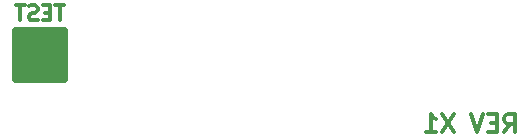
<source format=gbr>
G04 #@! TF.FileFunction,Legend,Bot*
%FSLAX46Y46*%
G04 Gerber Fmt 4.6, Leading zero omitted, Abs format (unit mm)*
G04 Created by KiCad (PCBNEW (after 2015-mar-04 BZR unknown)-product) date 6/9/2017 12:02:43 PM*
%MOMM*%
G01*
G04 APERTURE LIST*
%ADD10C,0.150000*%
%ADD11C,0.300000*%
%ADD12C,0.650000*%
%ADD13C,0.317500*%
G04 APERTURE END LIST*
D10*
D11*
X78175570Y-91483571D02*
X78675570Y-90769286D01*
X79032713Y-91483571D02*
X79032713Y-89983571D01*
X78461285Y-89983571D01*
X78318427Y-90055000D01*
X78246999Y-90126429D01*
X78175570Y-90269286D01*
X78175570Y-90483571D01*
X78246999Y-90626429D01*
X78318427Y-90697857D01*
X78461285Y-90769286D01*
X79032713Y-90769286D01*
X77532713Y-90697857D02*
X77032713Y-90697857D01*
X76818427Y-91483571D02*
X77532713Y-91483571D01*
X77532713Y-89983571D01*
X76818427Y-89983571D01*
X76389856Y-89983571D02*
X75889856Y-91483571D01*
X75389856Y-89983571D01*
X73889856Y-89983571D02*
X72889856Y-91483571D01*
X72889856Y-89983571D02*
X73889856Y-91483571D01*
X71532714Y-91483571D02*
X72389857Y-91483571D01*
X71961285Y-91483571D02*
X71961285Y-89983571D01*
X72104142Y-90197857D01*
X72247000Y-90340714D01*
X72389857Y-90412143D01*
D12*
X36862000Y-82963000D02*
X40862000Y-82963000D01*
X40862000Y-82963000D02*
X40862000Y-86963000D01*
X40862000Y-86963000D02*
X36862000Y-86963000D01*
X36862000Y-86963000D02*
X36862000Y-82963000D01*
X36862000Y-82963000D02*
X36862000Y-83463000D01*
X36862000Y-83463000D02*
X40862000Y-83463000D01*
X40862000Y-83463000D02*
X40862000Y-83963000D01*
X40862000Y-83963000D02*
X36862000Y-83963000D01*
X36862000Y-83963000D02*
X36862000Y-84463000D01*
X36862000Y-84463000D02*
X40862000Y-84463000D01*
X40862000Y-84463000D02*
X40862000Y-84963000D01*
X40862000Y-84963000D02*
X36862000Y-84963000D01*
X36862000Y-84963000D02*
X36862000Y-85463000D01*
X36862000Y-85463000D02*
X40362000Y-85463000D01*
X40362000Y-85463000D02*
X40862000Y-85463000D01*
X40862000Y-85463000D02*
X40862000Y-85963000D01*
X40862000Y-85963000D02*
X36862000Y-85963000D01*
X36862000Y-85963000D02*
X36862000Y-86463000D01*
X36862000Y-86463000D02*
X40862000Y-86463000D01*
D13*
X40887953Y-80767524D02*
X40162238Y-80767524D01*
X40525095Y-82037524D02*
X40525095Y-80767524D01*
X39738905Y-81372286D02*
X39315572Y-81372286D01*
X39134143Y-82037524D02*
X39738905Y-82037524D01*
X39738905Y-80767524D01*
X39134143Y-80767524D01*
X38650333Y-81977048D02*
X38468905Y-82037524D01*
X38166524Y-82037524D01*
X38045571Y-81977048D01*
X37985095Y-81916571D01*
X37924619Y-81795619D01*
X37924619Y-81674667D01*
X37985095Y-81553714D01*
X38045571Y-81493238D01*
X38166524Y-81432762D01*
X38408428Y-81372286D01*
X38529381Y-81311810D01*
X38589857Y-81251333D01*
X38650333Y-81130381D01*
X38650333Y-81009429D01*
X38589857Y-80888476D01*
X38529381Y-80828000D01*
X38408428Y-80767524D01*
X38106048Y-80767524D01*
X37924619Y-80828000D01*
X37561762Y-80767524D02*
X36836047Y-80767524D01*
X37198904Y-82037524D02*
X37198904Y-80767524D01*
M02*

</source>
